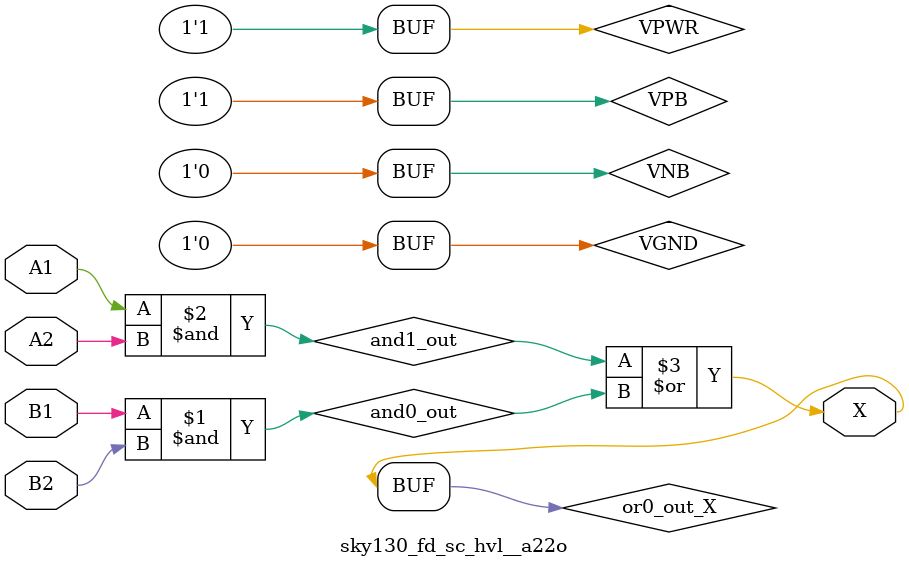
<source format=v>
/*
 * Copyright 2020 The SkyWater PDK Authors
 *
 * Licensed under the Apache License, Version 2.0 (the "License");
 * you may not use this file except in compliance with the License.
 * You may obtain a copy of the License at
 *
 *     https://www.apache.org/licenses/LICENSE-2.0
 *
 * Unless required by applicable law or agreed to in writing, software
 * distributed under the License is distributed on an "AS IS" BASIS,
 * WITHOUT WARRANTIES OR CONDITIONS OF ANY KIND, either express or implied.
 * See the License for the specific language governing permissions and
 * limitations under the License.
 *
 * SPDX-License-Identifier: Apache-2.0
*/


`ifndef SKY130_FD_SC_HVL__A22O_TIMING_V
`define SKY130_FD_SC_HVL__A22O_TIMING_V

/**
 * a22o: 2-input AND into both inputs of 2-input OR.
 *
 *       X = ((A1 & A2) | (B1 & B2))
 *
 * Verilog simulation timing model.
 */

`timescale 1ns / 1ps
`default_nettype none

`celldefine
module sky130_fd_sc_hvl__a22o (
    X ,
    A1,
    A2,
    B1,
    B2
);

    // Module ports
    output X ;
    input  A1;
    input  A2;
    input  B1;
    input  B2;

    // Module supplies
    supply1 VPWR;
    supply0 VGND;
    supply1 VPB ;
    supply0 VNB ;

    // Local signals
    wire and0_out ;
    wire and1_out ;
    wire or0_out_X;

    //  Name  Output     Other arguments
    and and0 (and0_out , B1, B2            );
    and and1 (and1_out , A1, A2            );
    or  or0  (or0_out_X, and1_out, and0_out);
    buf buf0 (X        , or0_out_X         );

endmodule
`endcelldefine

`default_nettype wire
`endif  // SKY130_FD_SC_HVL__A22O_TIMING_V

</source>
